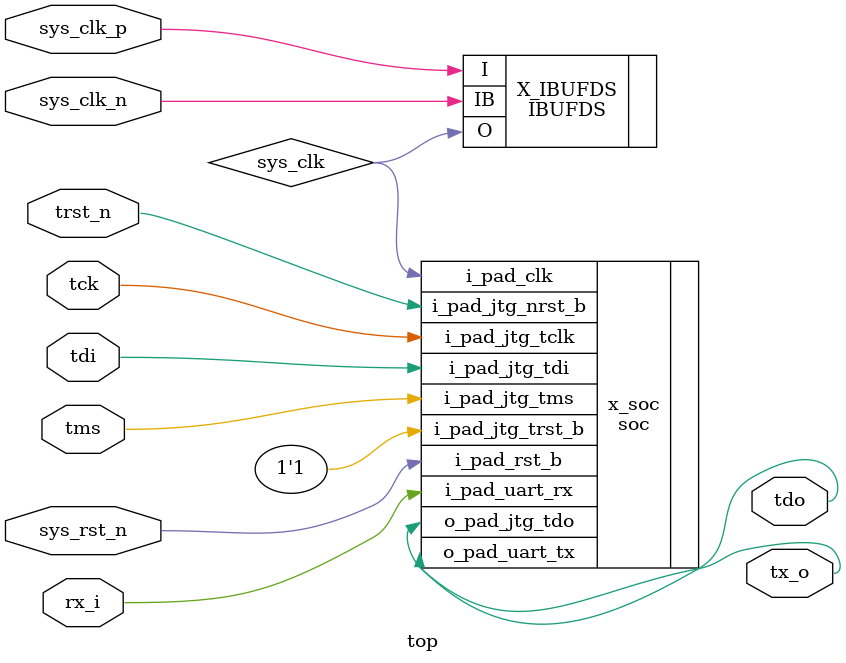
<source format=v>
`timescale 1ns / 1ps


module top(
    input   sys_clk_p,
    input   sys_clk_n,
    input   sys_rst_n,
    // jtag
    input   tck,
    input   trst_n,
    input   tms,
    input   tdi,
    output  tdo,
    // uart
    input	rx_i,
    output	tx_o	
    );

wire sys_clk;
IBUFDS X_IBUFDS(
  .O(sys_clk),   // 1-bit output: Buffer output
  .I(sys_clk_p),   // 1-bit input: Diff_p buffer input (connect directly to top-level port)
  .IB(sys_clk_n)  // 1-bit input: Diff_n buffer input (connect directly to top-level port)
);

soc x_soc(
    .i_pad_clk        (sys_clk),
    .i_pad_rst_b      (sys_rst_n),
    .i_pad_jtg_nrst_b (trst_n),
    .i_pad_jtg_tclk   (tck),
    .i_pad_jtg_tdi    (tdi),
    .i_pad_jtg_tms    (tms),
    .i_pad_jtg_trst_b (1'b1),
    .o_pad_jtg_tdo    (tdo),
    .i_pad_uart_rx    (rx_i),
    .o_pad_uart_tx    (tx_o)
);


endmodule

</source>
